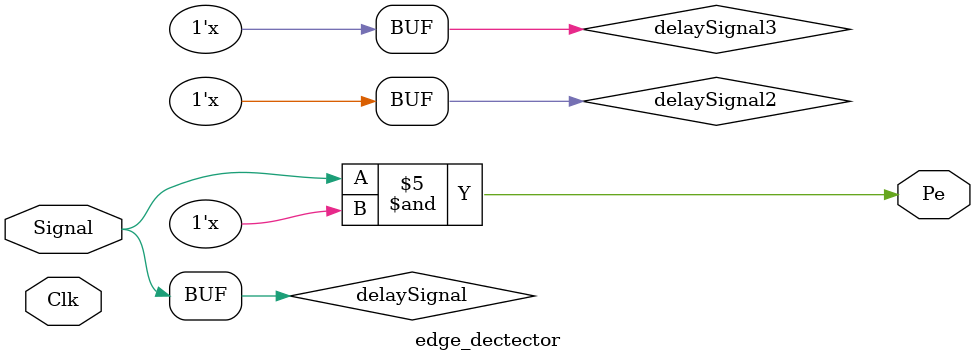
<source format=v>
`timescale 1ns / 1ps

module edge_dectector(Signal, Clk, Pe);
    input Signal;
    input Clk;
    output Pe;
    
    reg delaySignal;
    reg delaySignal2;
    reg delaySignal3;
    
    always@(Clk) begin
        delaySignal <= Signal;
        delaySignal2 <= delaySignal;
        delaySignal3 <= delaySignal2;
    end
    
    
    assign Pe = (Signal & ~delaySignal) ^ (delaySignal & ~delaySignal2);

endmodule
</source>
